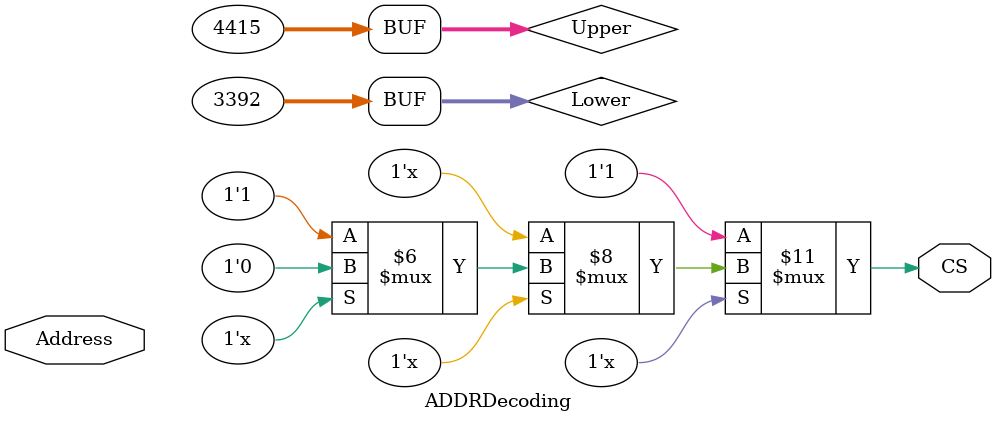
<source format=v>
module ADDRDecoding(
	input [31:0] Address,
	output reg CS //CS = 0 memoria interna; = 1 memoria externa 
);
	reg [31:0] Lower, Upper;
	
	//Memoria interna 0xD40 a 0x113f
	
	always @(*)begin
		Lower <= 32'hD40; //Lower Limit 0xD40 = 0x350* grupo
		Upper <= 32'h113F; //Upper Limit 0x113f = 0xD40 + 0x400 - 1
		if(Address >= Lower)begin
			if(Address <= Upper)begin
				CS = 1'b0;
			end
			else begin
				CS = 1'b1;
			end
		end
		else begin
			CS = 1'b1;
		end
	end
endmodule	
</source>
